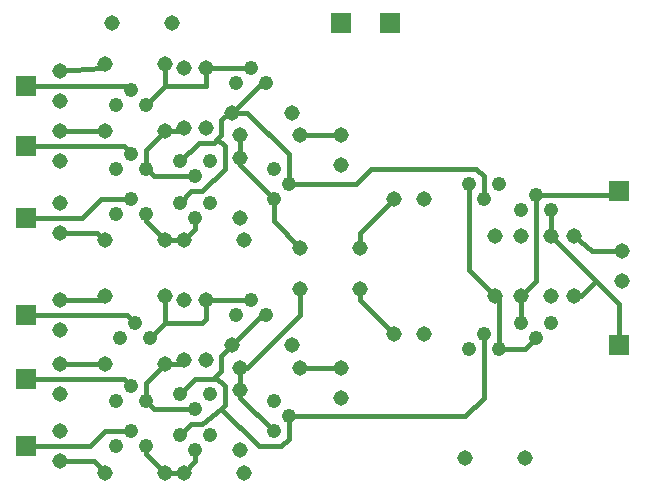
<source format=gbl>
G75*
G70*
%OFA0B0*%
%FSLAX24Y24*%
%IPPOS*%
%LPD*%
%AMOC8*
5,1,8,0,0,1.08239X$1,22.5*
%
%ADD10C,0.0476*%
%ADD11C,0.0515*%
%ADD12R,0.0709X0.0709*%
%ADD13C,0.0160*%
D10*
X003975Y005160D03*
X004475Y005660D03*
X004975Y005160D03*
X006100Y005535D03*
X006600Y005035D03*
X007100Y005535D03*
X006600Y006410D03*
X007100Y006910D03*
X006100Y006910D03*
X004975Y006660D03*
X004475Y007160D03*
X003975Y006660D03*
X004100Y008785D03*
X004600Y009285D03*
X005100Y008785D03*
X007975Y009535D03*
X008475Y010035D03*
X008975Y009535D03*
X009225Y006660D03*
X009725Y006160D03*
X009225Y005660D03*
X015725Y008410D03*
X016225Y008910D03*
X016725Y008410D03*
X017475Y009285D03*
X017975Y008785D03*
X018475Y009285D03*
X018475Y013035D03*
X017975Y013535D03*
X017475Y013035D03*
X016725Y013910D03*
X016225Y013410D03*
X015725Y013910D03*
X009725Y013910D03*
X009225Y013410D03*
X009225Y014410D03*
X007100Y014660D03*
X006600Y014160D03*
X006100Y014660D03*
X004975Y014410D03*
X004475Y014910D03*
X003975Y014410D03*
X004475Y013410D03*
X003975Y012910D03*
X004975Y012910D03*
X006100Y013285D03*
X006600Y012785D03*
X007100Y013285D03*
X004975Y016535D03*
X004475Y017035D03*
X003975Y016535D03*
X007975Y017285D03*
X008475Y017785D03*
X008975Y017285D03*
D11*
X003600Y004285D03*
X002100Y004660D03*
X002100Y005660D03*
X002100Y006910D03*
X002100Y007910D03*
X002100Y009035D03*
X002100Y010035D03*
X003600Y010160D03*
X003600Y012035D03*
X002100Y012285D03*
X002100Y013285D03*
X002100Y014660D03*
X002100Y015660D03*
X002100Y016660D03*
X002100Y017660D03*
X003600Y017910D03*
X003850Y019285D03*
X005600Y017910D03*
X006225Y017785D03*
X006975Y017785D03*
X007850Y016285D03*
X008100Y015535D03*
X008100Y014785D03*
X006975Y015785D03*
X006225Y015785D03*
X005600Y015660D03*
X003600Y015660D03*
X005850Y019285D03*
X009850Y016285D03*
X010100Y015535D03*
X011475Y015535D03*
X011475Y014535D03*
X013225Y013410D03*
X014225Y013410D03*
X012100Y011785D03*
X012100Y010410D03*
X013225Y008910D03*
X014225Y008910D03*
X016600Y010160D03*
X017475Y010160D03*
X018475Y010160D03*
X019225Y010160D03*
X020850Y010660D03*
X020850Y011660D03*
X019225Y012160D03*
X018475Y012160D03*
X017475Y012160D03*
X016600Y012160D03*
X011475Y007785D03*
X011475Y006785D03*
X010100Y007785D03*
X009850Y008535D03*
X010100Y010410D03*
X010100Y011785D03*
X008225Y012035D03*
X008100Y012785D03*
X006225Y012035D03*
X005600Y012035D03*
X005600Y010160D03*
X006225Y010035D03*
X006975Y010035D03*
X007850Y008535D03*
X008100Y007785D03*
X008100Y007035D03*
X006975Y008035D03*
X006225Y008035D03*
X005600Y007910D03*
X003600Y007910D03*
X005600Y004285D03*
X006225Y004285D03*
X008225Y004285D03*
X008100Y005035D03*
X015600Y004785D03*
X017600Y004785D03*
D12*
X020725Y008535D03*
X020725Y013660D03*
X013100Y019285D03*
X011475Y019285D03*
X000975Y017160D03*
X000975Y015160D03*
X000975Y012785D03*
X000975Y009535D03*
X000975Y007410D03*
X000975Y005160D03*
D13*
X003100Y005160D01*
X003600Y005660D01*
X004475Y005660D01*
X004975Y005160D02*
X004975Y004910D01*
X005600Y004285D01*
X006225Y004285D01*
X006600Y004660D01*
X006600Y005035D01*
X006100Y005535D02*
X006475Y005910D01*
X006850Y005910D01*
X007475Y006410D01*
X007600Y006535D01*
X007600Y007160D01*
X007288Y007473D01*
X007225Y007410D01*
X006600Y007410D01*
X006100Y006910D01*
X006600Y006410D02*
X005225Y006410D01*
X004975Y006660D01*
X004975Y007285D01*
X005600Y007910D01*
X006100Y007910D01*
X006225Y008035D01*
X007288Y007473D02*
X007475Y007660D01*
X007475Y008160D01*
X007850Y008535D01*
X008850Y009535D01*
X008975Y009535D01*
X008475Y010035D02*
X006975Y010035D01*
X006975Y009410D01*
X006850Y009285D01*
X005600Y009285D01*
X005100Y008785D01*
X004600Y009285D02*
X004350Y009535D01*
X000975Y009535D01*
X002100Y010035D02*
X003475Y010035D01*
X003600Y010160D01*
X003600Y012035D02*
X003350Y012285D01*
X002100Y012285D01*
X002850Y012785D02*
X003475Y013410D01*
X004475Y013410D01*
X004975Y012910D02*
X004975Y012660D01*
X005600Y012035D01*
X006225Y012035D01*
X006600Y012410D01*
X006600Y012785D01*
X006100Y013285D02*
X006475Y013660D01*
X006850Y013660D01*
X007600Y014410D01*
X007600Y015160D01*
X007350Y015410D01*
X007225Y015285D01*
X006725Y015285D01*
X006100Y014660D01*
X006600Y014160D02*
X005225Y014160D01*
X004975Y014410D01*
X004975Y015035D01*
X005600Y015660D01*
X006225Y015660D01*
X006225Y015785D01*
X007350Y015410D02*
X007475Y015535D01*
X007475Y016035D01*
X007725Y016285D01*
X007850Y016285D01*
X008350Y016285D01*
X009725Y014910D01*
X009725Y013910D01*
X011975Y013910D01*
X012475Y014410D01*
X015975Y014410D01*
X016225Y014160D01*
X016225Y013410D01*
X015725Y013910D02*
X015725Y011035D01*
X016600Y010160D01*
X016725Y010035D01*
X016725Y008410D01*
X017600Y008410D01*
X017975Y008785D01*
X017475Y009285D02*
X017475Y010160D01*
X017975Y010660D01*
X017975Y013535D01*
X020600Y013535D01*
X020725Y013660D01*
X019225Y012160D02*
X019850Y011660D01*
X020850Y011660D01*
X019975Y010660D02*
X019475Y010160D01*
X019225Y010160D01*
X019975Y010660D02*
X020725Y009910D01*
X020725Y008535D01*
X019975Y010660D02*
X018475Y012160D01*
X018475Y013035D01*
X016225Y008910D02*
X016225Y006785D01*
X015600Y006160D01*
X009725Y006160D01*
X009725Y005410D01*
X009475Y005160D01*
X008725Y005160D01*
X007475Y006410D01*
X008100Y006785D02*
X008100Y007035D01*
X008100Y007785D01*
X008350Y007785D01*
X010100Y009535D01*
X010100Y010410D01*
X010100Y011785D02*
X009225Y012660D01*
X009225Y013410D01*
X008100Y014535D01*
X008100Y014785D01*
X008100Y015535D01*
X007850Y016285D02*
X008850Y017285D01*
X008975Y017285D01*
X008475Y017785D02*
X006975Y017785D01*
X006975Y017160D01*
X005600Y017160D01*
X004975Y016535D01*
X004475Y017035D02*
X004350Y017160D01*
X000975Y017160D01*
X002100Y017660D02*
X003475Y017785D01*
X003600Y017910D01*
X005600Y017910D02*
X005600Y017160D01*
X004225Y015160D02*
X004475Y014910D01*
X004225Y015160D02*
X000975Y015160D01*
X002100Y015660D02*
X003600Y015660D01*
X002850Y012785D02*
X000975Y012785D01*
X005600Y010160D02*
X005600Y009285D01*
X004225Y007410D02*
X004475Y007160D01*
X004225Y007410D02*
X000975Y007410D01*
X002100Y007910D02*
X003600Y007910D01*
X003225Y004660D02*
X002100Y004660D01*
X003225Y004660D02*
X003600Y004285D01*
X008100Y006785D02*
X009225Y005660D01*
X010100Y007785D02*
X011475Y007785D01*
X013225Y008910D02*
X012100Y010035D01*
X012100Y010410D01*
X012100Y011785D02*
X012100Y012285D01*
X013225Y013410D01*
X011475Y015535D02*
X010100Y015535D01*
M02*

</source>
